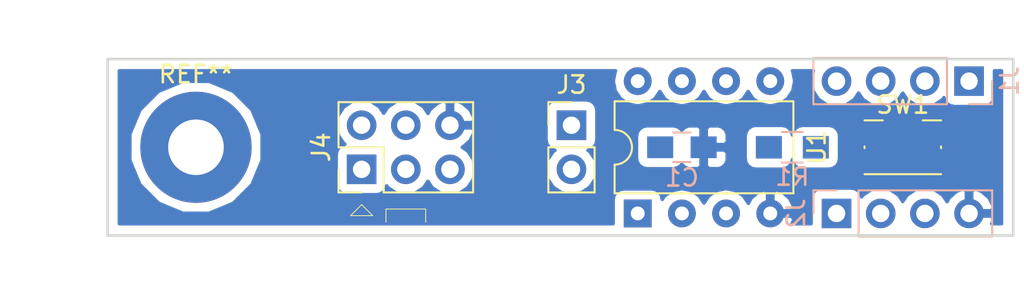
<source format=kicad_pcb>
(kicad_pcb (version 4) (host pcbnew 4.0.7)

  (general
    (links 22)
    (no_connects 19)
    (area 125.654999 112.954999 177.875001 123.265001)
    (thickness 1.6)
    (drawings 18)
    (tracks 0)
    (zones 0)
    (modules 9)
    (nets 11)
  )

  (page A4)
  (layers
    (0 F.Cu signal)
    (31 B.Cu signal)
    (32 B.Adhes user)
    (33 F.Adhes user)
    (34 B.Paste user)
    (35 F.Paste user)
    (36 B.SilkS user)
    (37 F.SilkS user)
    (38 B.Mask user)
    (39 F.Mask user)
    (40 Dwgs.User user)
    (41 Cmts.User user)
    (42 Eco1.User user)
    (43 Eco2.User user)
    (44 Edge.Cuts user)
    (45 Margin user)
    (46 B.CrtYd user)
    (47 F.CrtYd user)
    (48 B.Fab user)
    (49 F.Fab user)
  )

  (setup
    (last_trace_width 0.25)
    (trace_clearance 0.2)
    (zone_clearance 0.5)
    (zone_45_only no)
    (trace_min 0.2)
    (segment_width 0.05)
    (edge_width 0.15)
    (via_size 0.6)
    (via_drill 0.4)
    (via_min_size 0.4)
    (via_min_drill 0.3)
    (uvia_size 0.3)
    (uvia_drill 0.1)
    (uvias_allowed no)
    (uvia_min_size 0.2)
    (uvia_min_drill 0.1)
    (pcb_text_width 0.3)
    (pcb_text_size 1.5 1.5)
    (mod_edge_width 0.15)
    (mod_text_size 1 1)
    (mod_text_width 0.15)
    (pad_size 1.524 1.524)
    (pad_drill 0.762)
    (pad_to_mask_clearance 0.2)
    (aux_axis_origin 0 0)
    (visible_elements 7FFEFFFF)
    (pcbplotparams
      (layerselection 0x00030_80000001)
      (usegerberextensions false)
      (excludeedgelayer true)
      (linewidth 0.100000)
      (plotframeref false)
      (viasonmask false)
      (mode 1)
      (useauxorigin false)
      (hpglpennumber 1)
      (hpglpenspeed 20)
      (hpglpendiameter 15)
      (hpglpenoverlay 2)
      (psnegative false)
      (psa4output false)
      (plotreference true)
      (plotvalue true)
      (plotinvisibletext false)
      (padsonsilk false)
      (subtractmaskfromsilk false)
      (outputformat 1)
      (mirror false)
      (drillshape 1)
      (scaleselection 1)
      (outputdirectory ""))
  )

  (net 0 "")
  (net 1 "Net-(R1-Pad2)")
  (net 2 /VCC)
  (net 3 /GND)
  (net 4 /PB0)
  (net 5 /PB1)
  (net 6 /PB2)
  (net 7 /PB5)
  (net 8 /PB3)
  (net 9 /PB4)
  (net 10 /VCC_in)

  (net_class Default "Dies ist die voreingestellte Netzklasse."
    (clearance 0.2)
    (trace_width 0.25)
    (via_dia 0.6)
    (via_drill 0.4)
    (uvia_dia 0.3)
    (uvia_drill 0.1)
    (add_net /PB0)
    (add_net /PB1)
    (add_net /PB2)
    (add_net /PB3)
    (add_net /PB4)
    (add_net /PB5)
    (add_net "Net-(R1-Pad2)")
  )

  (net_class Power ""
    (clearance 0.2)
    (trace_width 0.5)
    (via_dia 0.6)
    (via_drill 0.4)
    (uvia_dia 0.3)
    (uvia_drill 0.1)
    (add_net /GND)
    (add_net /VCC)
    (add_net /VCC_in)
  )

  (module Capacitors_SMD:C_0805_HandSoldering (layer B.Cu) (tedit 58AA84A8) (tstamp 5B78BF2F)
    (at 158.75 118.11)
    (descr "Capacitor SMD 0805, hand soldering")
    (tags "capacitor 0805")
    (path /5B749CE9)
    (attr smd)
    (fp_text reference C1 (at 0 1.75) (layer B.SilkS)
      (effects (font (size 1 1) (thickness 0.15)) (justify mirror))
    )
    (fp_text value 100n (at 0 -1.75) (layer B.Fab)
      (effects (font (size 1 1) (thickness 0.15)) (justify mirror))
    )
    (fp_text user %R (at 0 1.75) (layer B.Fab)
      (effects (font (size 1 1) (thickness 0.15)) (justify mirror))
    )
    (fp_line (start -1 -0.62) (end -1 0.62) (layer B.Fab) (width 0.1))
    (fp_line (start 1 -0.62) (end -1 -0.62) (layer B.Fab) (width 0.1))
    (fp_line (start 1 0.62) (end 1 -0.62) (layer B.Fab) (width 0.1))
    (fp_line (start -1 0.62) (end 1 0.62) (layer B.Fab) (width 0.1))
    (fp_line (start 0.5 0.85) (end -0.5 0.85) (layer B.SilkS) (width 0.12))
    (fp_line (start -0.5 -0.85) (end 0.5 -0.85) (layer B.SilkS) (width 0.12))
    (fp_line (start -2.25 0.88) (end 2.25 0.88) (layer B.CrtYd) (width 0.05))
    (fp_line (start -2.25 0.88) (end -2.25 -0.87) (layer B.CrtYd) (width 0.05))
    (fp_line (start 2.25 -0.87) (end 2.25 0.88) (layer B.CrtYd) (width 0.05))
    (fp_line (start 2.25 -0.87) (end -2.25 -0.87) (layer B.CrtYd) (width 0.05))
    (pad 1 smd rect (at -1.25 0) (size 1.5 1.25) (layers B.Cu B.Paste B.Mask)
      (net 2 /VCC))
    (pad 2 smd rect (at 1.25 0) (size 1.5 1.25) (layers B.Cu B.Paste B.Mask)
      (net 3 /GND))
    (model Capacitors_SMD.3dshapes/C_0805.wrl
      (at (xyz 0 0 0))
      (scale (xyz 1 1 1))
      (rotate (xyz 0 0 0))
    )
  )

  (module Pin_Headers:Pin_Header_Straight_1x04_Pitch2.54mm (layer B.Cu) (tedit 59650532) (tstamp 5B78BF47)
    (at 175.26 114.3 90)
    (descr "Through hole straight pin header, 1x04, 2.54mm pitch, single row")
    (tags "Through hole pin header THT 1x04 2.54mm single row")
    (path /5B7498D9)
    (fp_text reference J1 (at 0 2.33 90) (layer B.SilkS)
      (effects (font (size 1 1) (thickness 0.15)) (justify mirror))
    )
    (fp_text value Conn_01x04 (at 0 -9.95 90) (layer B.Fab)
      (effects (font (size 1 1) (thickness 0.15)) (justify mirror))
    )
    (fp_line (start -0.635 1.27) (end 1.27 1.27) (layer B.Fab) (width 0.1))
    (fp_line (start 1.27 1.27) (end 1.27 -8.89) (layer B.Fab) (width 0.1))
    (fp_line (start 1.27 -8.89) (end -1.27 -8.89) (layer B.Fab) (width 0.1))
    (fp_line (start -1.27 -8.89) (end -1.27 0.635) (layer B.Fab) (width 0.1))
    (fp_line (start -1.27 0.635) (end -0.635 1.27) (layer B.Fab) (width 0.1))
    (fp_line (start -1.33 -8.95) (end 1.33 -8.95) (layer B.SilkS) (width 0.12))
    (fp_line (start -1.33 -1.27) (end -1.33 -8.95) (layer B.SilkS) (width 0.12))
    (fp_line (start 1.33 -1.27) (end 1.33 -8.95) (layer B.SilkS) (width 0.12))
    (fp_line (start -1.33 -1.27) (end 1.33 -1.27) (layer B.SilkS) (width 0.12))
    (fp_line (start -1.33 0) (end -1.33 1.33) (layer B.SilkS) (width 0.12))
    (fp_line (start -1.33 1.33) (end 0 1.33) (layer B.SilkS) (width 0.12))
    (fp_line (start -1.8 1.8) (end -1.8 -9.4) (layer B.CrtYd) (width 0.05))
    (fp_line (start -1.8 -9.4) (end 1.8 -9.4) (layer B.CrtYd) (width 0.05))
    (fp_line (start 1.8 -9.4) (end 1.8 1.8) (layer B.CrtYd) (width 0.05))
    (fp_line (start 1.8 1.8) (end -1.8 1.8) (layer B.CrtYd) (width 0.05))
    (fp_text user %R (at 0 -3.81 360) (layer B.Fab)
      (effects (font (size 1 1) (thickness 0.15)) (justify mirror))
    )
    (pad 1 thru_hole rect (at 0 0 90) (size 1.7 1.7) (drill 1) (layers *.Cu *.Mask)
      (net 4 /PB0))
    (pad 2 thru_hole oval (at 0 -2.54 90) (size 1.7 1.7) (drill 1) (layers *.Cu *.Mask)
      (net 5 /PB1))
    (pad 3 thru_hole oval (at 0 -5.08 90) (size 1.7 1.7) (drill 1) (layers *.Cu *.Mask)
      (net 6 /PB2))
    (pad 4 thru_hole oval (at 0 -7.62 90) (size 1.7 1.7) (drill 1) (layers *.Cu *.Mask)
      (net 2 /VCC))
    (model ${KISYS3DMOD}/Pin_Headers.3dshapes/Pin_Header_Straight_1x04_Pitch2.54mm.wrl
      (at (xyz 0 0 0))
      (scale (xyz 1 1 1))
      (rotate (xyz 0 0 0))
    )
  )

  (module Pin_Headers:Pin_Header_Straight_1x04_Pitch2.54mm (layer B.Cu) (tedit 59650532) (tstamp 5B78BF5F)
    (at 167.64 121.92 270)
    (descr "Through hole straight pin header, 1x04, 2.54mm pitch, single row")
    (tags "Through hole pin header THT 1x04 2.54mm single row")
    (path /5B749966)
    (fp_text reference J2 (at 0 2.33 270) (layer B.SilkS)
      (effects (font (size 1 1) (thickness 0.15)) (justify mirror))
    )
    (fp_text value Conn_01x04 (at 0 -9.95 270) (layer B.Fab)
      (effects (font (size 1 1) (thickness 0.15)) (justify mirror))
    )
    (fp_line (start -0.635 1.27) (end 1.27 1.27) (layer B.Fab) (width 0.1))
    (fp_line (start 1.27 1.27) (end 1.27 -8.89) (layer B.Fab) (width 0.1))
    (fp_line (start 1.27 -8.89) (end -1.27 -8.89) (layer B.Fab) (width 0.1))
    (fp_line (start -1.27 -8.89) (end -1.27 0.635) (layer B.Fab) (width 0.1))
    (fp_line (start -1.27 0.635) (end -0.635 1.27) (layer B.Fab) (width 0.1))
    (fp_line (start -1.33 -8.95) (end 1.33 -8.95) (layer B.SilkS) (width 0.12))
    (fp_line (start -1.33 -1.27) (end -1.33 -8.95) (layer B.SilkS) (width 0.12))
    (fp_line (start 1.33 -1.27) (end 1.33 -8.95) (layer B.SilkS) (width 0.12))
    (fp_line (start -1.33 -1.27) (end 1.33 -1.27) (layer B.SilkS) (width 0.12))
    (fp_line (start -1.33 0) (end -1.33 1.33) (layer B.SilkS) (width 0.12))
    (fp_line (start -1.33 1.33) (end 0 1.33) (layer B.SilkS) (width 0.12))
    (fp_line (start -1.8 1.8) (end -1.8 -9.4) (layer B.CrtYd) (width 0.05))
    (fp_line (start -1.8 -9.4) (end 1.8 -9.4) (layer B.CrtYd) (width 0.05))
    (fp_line (start 1.8 -9.4) (end 1.8 1.8) (layer B.CrtYd) (width 0.05))
    (fp_line (start 1.8 1.8) (end -1.8 1.8) (layer B.CrtYd) (width 0.05))
    (fp_text user %R (at 0 -3.81 540) (layer B.Fab)
      (effects (font (size 1 1) (thickness 0.15)) (justify mirror))
    )
    (pad 1 thru_hole rect (at 0 0 270) (size 1.7 1.7) (drill 1) (layers *.Cu *.Mask)
      (net 7 /PB5))
    (pad 2 thru_hole oval (at 0 -2.54 270) (size 1.7 1.7) (drill 1) (layers *.Cu *.Mask)
      (net 8 /PB3))
    (pad 3 thru_hole oval (at 0 -5.08 270) (size 1.7 1.7) (drill 1) (layers *.Cu *.Mask)
      (net 9 /PB4))
    (pad 4 thru_hole oval (at 0 -7.62 270) (size 1.7 1.7) (drill 1) (layers *.Cu *.Mask)
      (net 3 /GND))
    (model ${KISYS3DMOD}/Pin_Headers.3dshapes/Pin_Header_Straight_1x04_Pitch2.54mm.wrl
      (at (xyz 0 0 0))
      (scale (xyz 1 1 1))
      (rotate (xyz 0 0 0))
    )
  )

  (module Pin_Headers:Pin_Header_Straight_1x02_Pitch2.54mm (layer F.Cu) (tedit 59650532) (tstamp 5B78BF75)
    (at 152.4 116.84)
    (descr "Through hole straight pin header, 1x02, 2.54mm pitch, single row")
    (tags "Through hole pin header THT 1x02 2.54mm single row")
    (path /5B749BFC)
    (fp_text reference J3 (at 0 -2.33) (layer F.SilkS)
      (effects (font (size 1 1) (thickness 0.15)))
    )
    (fp_text value Conn_01x02 (at 0 4.87) (layer F.Fab)
      (effects (font (size 1 1) (thickness 0.15)))
    )
    (fp_line (start -0.635 -1.27) (end 1.27 -1.27) (layer F.Fab) (width 0.1))
    (fp_line (start 1.27 -1.27) (end 1.27 3.81) (layer F.Fab) (width 0.1))
    (fp_line (start 1.27 3.81) (end -1.27 3.81) (layer F.Fab) (width 0.1))
    (fp_line (start -1.27 3.81) (end -1.27 -0.635) (layer F.Fab) (width 0.1))
    (fp_line (start -1.27 -0.635) (end -0.635 -1.27) (layer F.Fab) (width 0.1))
    (fp_line (start -1.33 3.87) (end 1.33 3.87) (layer F.SilkS) (width 0.12))
    (fp_line (start -1.33 1.27) (end -1.33 3.87) (layer F.SilkS) (width 0.12))
    (fp_line (start 1.33 1.27) (end 1.33 3.87) (layer F.SilkS) (width 0.12))
    (fp_line (start -1.33 1.27) (end 1.33 1.27) (layer F.SilkS) (width 0.12))
    (fp_line (start -1.33 0) (end -1.33 -1.33) (layer F.SilkS) (width 0.12))
    (fp_line (start -1.33 -1.33) (end 0 -1.33) (layer F.SilkS) (width 0.12))
    (fp_line (start -1.8 -1.8) (end -1.8 4.35) (layer F.CrtYd) (width 0.05))
    (fp_line (start -1.8 4.35) (end 1.8 4.35) (layer F.CrtYd) (width 0.05))
    (fp_line (start 1.8 4.35) (end 1.8 -1.8) (layer F.CrtYd) (width 0.05))
    (fp_line (start 1.8 -1.8) (end -1.8 -1.8) (layer F.CrtYd) (width 0.05))
    (fp_text user %R (at 0 1.27 90) (layer F.Fab)
      (effects (font (size 1 1) (thickness 0.15)))
    )
    (pad 1 thru_hole rect (at 0 0) (size 1.7 1.7) (drill 1) (layers *.Cu *.Mask)
      (net 10 /VCC_in))
    (pad 2 thru_hole oval (at 0 2.54) (size 1.7 1.7) (drill 1) (layers *.Cu *.Mask)
      (net 2 /VCC))
    (model ${KISYS3DMOD}/Pin_Headers.3dshapes/Pin_Header_Straight_1x02_Pitch2.54mm.wrl
      (at (xyz 0 0 0))
      (scale (xyz 1 1 1))
      (rotate (xyz 0 0 0))
    )
  )

  (module Housings_DIP:DIP-8_W7.62mm (layer F.Cu) (tedit 5B8AF9E3) (tstamp 5B78BFAF)
    (at 156.21 121.92 90)
    (descr "8-lead though-hole mounted DIP package, row spacing 7.62 mm (300 mils)")
    (tags "THT DIP DIL PDIP 2.54mm 7.62mm 300mil")
    (path /5B74A2CE)
    (fp_text reference U1 (at 3.81 10.287 90) (layer F.SilkS)
      (effects (font (size 1 1) (thickness 0.15)))
    )
    (fp_text value ATTINY45-20PU (at 3.81 9.95 90) (layer F.Fab)
      (effects (font (size 1 1) (thickness 0.15)))
    )
    (fp_arc (start 3.81 -1.33) (end 2.81 -1.33) (angle -180) (layer F.SilkS) (width 0.12))
    (fp_line (start 1.635 -1.27) (end 6.985 -1.27) (layer F.Fab) (width 0.1))
    (fp_line (start 6.985 -1.27) (end 6.985 8.89) (layer F.Fab) (width 0.1))
    (fp_line (start 6.985 8.89) (end 0.635 8.89) (layer F.Fab) (width 0.1))
    (fp_line (start 0.635 8.89) (end 0.635 -0.27) (layer F.Fab) (width 0.1))
    (fp_line (start 0.635 -0.27) (end 1.635 -1.27) (layer F.Fab) (width 0.1))
    (fp_line (start 2.81 -1.33) (end 1.16 -1.33) (layer F.SilkS) (width 0.12))
    (fp_line (start 1.16 -1.33) (end 1.16 8.95) (layer F.SilkS) (width 0.12))
    (fp_line (start 1.16 8.95) (end 6.46 8.95) (layer F.SilkS) (width 0.12))
    (fp_line (start 6.46 8.95) (end 6.46 -1.33) (layer F.SilkS) (width 0.12))
    (fp_line (start 6.46 -1.33) (end 4.81 -1.33) (layer F.SilkS) (width 0.12))
    (fp_line (start -1.1 -1.55) (end -1.1 9.15) (layer F.CrtYd) (width 0.05))
    (fp_line (start -1.1 9.15) (end 8.7 9.15) (layer F.CrtYd) (width 0.05))
    (fp_line (start 8.7 9.15) (end 8.7 -1.55) (layer F.CrtYd) (width 0.05))
    (fp_line (start 8.7 -1.55) (end -1.1 -1.55) (layer F.CrtYd) (width 0.05))
    (fp_text user %R (at 3.81 3.81 90) (layer F.Fab)
      (effects (font (size 1 1) (thickness 0.15)))
    )
    (pad 1 thru_hole rect (at 0 0 90) (size 1.6 1.6) (drill 0.8) (layers *.Cu *.Mask)
      (net 7 /PB5))
    (pad 5 thru_hole oval (at 7.62 7.62 90) (size 1.6 1.6) (drill 0.8) (layers *.Cu *.Mask)
      (net 4 /PB0))
    (pad 2 thru_hole oval (at 0 2.54 90) (size 1.6 1.6) (drill 0.8) (layers *.Cu *.Mask)
      (net 8 /PB3))
    (pad 6 thru_hole oval (at 7.62 5.08 90) (size 1.6 1.6) (drill 0.8) (layers *.Cu *.Mask)
      (net 5 /PB1))
    (pad 3 thru_hole oval (at 0 5.08 90) (size 1.6 1.6) (drill 0.8) (layers *.Cu *.Mask)
      (net 9 /PB4))
    (pad 7 thru_hole oval (at 7.62 2.54 90) (size 1.6 1.6) (drill 0.8) (layers *.Cu *.Mask)
      (net 6 /PB2))
    (pad 4 thru_hole oval (at 0 7.62 90) (size 1.6 1.6) (drill 0.8) (layers *.Cu *.Mask)
      (net 3 /GND))
    (pad 8 thru_hole oval (at 7.62 0 90) (size 1.6 1.6) (drill 0.8) (layers *.Cu *.Mask)
      (net 2 /VCC))
    (model ${KISYS3DMOD}/Housings_DIP.3dshapes/DIP-8_W7.62mm.wrl
      (at (xyz 0 0 0))
      (scale (xyz 1 1 1))
      (rotate (xyz 0 0 0))
    )
  )

  (module Resistors_SMD:R_0805_HandSoldering (layer B.Cu) (tedit 58E0A804) (tstamp 5B81F50F)
    (at 165.1 118.11)
    (descr "Resistor SMD 0805, hand soldering")
    (tags "resistor 0805")
    (path /5B7B3216)
    (attr smd)
    (fp_text reference R1 (at 0 1.7) (layer B.SilkS)
      (effects (font (size 1 1) (thickness 0.15)) (justify mirror))
    )
    (fp_text value 330 (at 0 -1.75) (layer B.Fab)
      (effects (font (size 1 1) (thickness 0.15)) (justify mirror))
    )
    (fp_text user %R (at 0 0) (layer B.Fab)
      (effects (font (size 0.5 0.5) (thickness 0.075)) (justify mirror))
    )
    (fp_line (start -1 -0.62) (end -1 0.62) (layer B.Fab) (width 0.1))
    (fp_line (start 1 -0.62) (end -1 -0.62) (layer B.Fab) (width 0.1))
    (fp_line (start 1 0.62) (end 1 -0.62) (layer B.Fab) (width 0.1))
    (fp_line (start -1 0.62) (end 1 0.62) (layer B.Fab) (width 0.1))
    (fp_line (start 0.6 -0.88) (end -0.6 -0.88) (layer B.SilkS) (width 0.12))
    (fp_line (start -0.6 0.88) (end 0.6 0.88) (layer B.SilkS) (width 0.12))
    (fp_line (start -2.35 0.9) (end 2.35 0.9) (layer B.CrtYd) (width 0.05))
    (fp_line (start -2.35 0.9) (end -2.35 -0.9) (layer B.CrtYd) (width 0.05))
    (fp_line (start 2.35 -0.9) (end 2.35 0.9) (layer B.CrtYd) (width 0.05))
    (fp_line (start 2.35 -0.9) (end -2.35 -0.9) (layer B.CrtYd) (width 0.05))
    (pad 1 smd rect (at -1.35 0) (size 1.5 1.3) (layers B.Cu B.Paste B.Mask)
      (net 7 /PB5))
    (pad 2 smd rect (at 1.35 0) (size 1.5 1.3) (layers B.Cu B.Paste B.Mask)
      (net 1 "Net-(R1-Pad2)"))
    (model ${KISYS3DMOD}/Resistors_SMD.3dshapes/R_0805.wrl
      (at (xyz 0 0 0))
      (scale (xyz 1 1 1))
      (rotate (xyz 0 0 0))
    )
  )

  (module Buttons_Switches_SMD:SW_SPST_KMR2_GNDPad (layer F.Cu) (tedit 59FF6E83) (tstamp 5B81F527)
    (at 171.45 118.11)
    (descr "CK components KMR2 tactile switch with ground pin http://www.ckswitches.com/media/1479/kmr2.pdf")
    (tags "tactile switch kmr2")
    (path /5B7B32E0)
    (attr smd)
    (fp_text reference SW1 (at 0 -2.45) (layer F.SilkS)
      (effects (font (size 1 1) (thickness 0.15)))
    )
    (fp_text value SW_Push (at 0 2.55) (layer F.Fab)
      (effects (font (size 1 1) (thickness 0.15)))
    )
    (fp_text user %R (at 0 -2.45) (layer F.Fab)
      (effects (font (size 1 1) (thickness 0.15)))
    )
    (fp_line (start -2.1 -1.4) (end 2.1 -1.4) (layer F.Fab) (width 0.1))
    (fp_line (start 2.1 -1.4) (end 2.1 1.4) (layer F.Fab) (width 0.1))
    (fp_line (start 2.1 1.4) (end -2.1 1.4) (layer F.Fab) (width 0.1))
    (fp_line (start -2.1 1.4) (end -2.1 -1.4) (layer F.Fab) (width 0.1))
    (fp_line (start 2.2 0.05) (end 2.2 -0.05) (layer F.SilkS) (width 0.12))
    (fp_line (start -2.8 -1.8) (end 2.8 -1.8) (layer F.CrtYd) (width 0.05))
    (fp_line (start 2.8 -1.8) (end 2.8 1.8) (layer F.CrtYd) (width 0.05))
    (fp_line (start 2.8 1.8) (end -2.8 1.8) (layer F.CrtYd) (width 0.05))
    (fp_line (start -2.8 1.8) (end -2.8 -1.8) (layer F.CrtYd) (width 0.05))
    (fp_circle (center 0 0) (end 0 0.8) (layer F.Fab) (width 0.1))
    (fp_line (start -2.2 1.55) (end 2.2 1.55) (layer F.SilkS) (width 0.12))
    (fp_line (start -1.15 -1.55) (end -2.2 -1.55) (layer F.SilkS) (width 0.12))
    (fp_line (start -2.2 0.05) (end -2.2 -0.05) (layer F.SilkS) (width 0.12))
    (fp_line (start 2.2 -1.55) (end 1.15 -1.55) (layer F.SilkS) (width 0.12))
    (pad 1 smd rect (at -2.05 -0.8) (size 0.9 1) (layers F.Cu F.Paste F.Mask)
      (net 1 "Net-(R1-Pad2)"))
    (pad 2 smd rect (at -2.05 0.8) (size 0.9 1) (layers F.Cu F.Paste F.Mask)
      (net 3 /GND))
    (pad 1 smd rect (at 2.05 -0.8) (size 0.9 1) (layers F.Cu F.Paste F.Mask)
      (net 1 "Net-(R1-Pad2)"))
    (pad 2 smd rect (at 2.05 0.8) (size 0.9 1) (layers F.Cu F.Paste F.Mask)
      (net 3 /GND))
    (pad 3 smd rect (at 0 -1.5) (size 1.7 0.55) (layers F.Cu F.Paste F.Mask))
    (model ${KISYS3DMOD}/Buttons_Switches_SMD.3dshapes/SW_SPST_KMR2.wrl
      (at (xyz 0 0 0))
      (scale (xyz 1 1 1))
      (rotate (xyz 0 0 0))
    )
  )

  (module Mounting_Holes:MountingHole_3.2mm_M3_Pad (layer F.Cu) (tedit 56D1B4CB) (tstamp 5B81F896)
    (at 130.81 118.11)
    (descr "Mounting Hole 3.2mm, M3")
    (tags "mounting hole 3.2mm m3")
    (attr virtual)
    (fp_text reference REF** (at 0 -4.2) (layer F.SilkS)
      (effects (font (size 1 1) (thickness 0.15)))
    )
    (fp_text value MountingHole_3.2mm_M3_Pad (at 0 4.2) (layer F.Fab)
      (effects (font (size 1 1) (thickness 0.15)))
    )
    (fp_text user %R (at 0.3 0) (layer F.Fab)
      (effects (font (size 1 1) (thickness 0.15)))
    )
    (fp_circle (center 0 0) (end 3.2 0) (layer Cmts.User) (width 0.15))
    (fp_circle (center 0 0) (end 3.45 0) (layer F.CrtYd) (width 0.05))
    (pad 1 thru_hole circle (at 0 0) (size 6.4 6.4) (drill 3.2) (layers *.Cu *.Mask))
  )

  (module Pin_Headers:Pin_Header_Straight_2x03_Pitch2.54mm (layer F.Cu) (tedit 59650532) (tstamp 5B847475)
    (at 140.335 119.38 90)
    (descr "Through hole straight pin header, 2x03, 2.54mm pitch, double rows")
    (tags "Through hole pin header THT 2x03 2.54mm double row")
    (path /5B78B057)
    (fp_text reference J4 (at 1.27 -2.33 90) (layer F.SilkS)
      (effects (font (size 1 1) (thickness 0.15)))
    )
    (fp_text value AVR-ISP-6 (at 1.27 7.41 90) (layer F.Fab)
      (effects (font (size 1 1) (thickness 0.15)))
    )
    (fp_line (start 0 -1.27) (end 3.81 -1.27) (layer F.Fab) (width 0.1))
    (fp_line (start 3.81 -1.27) (end 3.81 6.35) (layer F.Fab) (width 0.1))
    (fp_line (start 3.81 6.35) (end -1.27 6.35) (layer F.Fab) (width 0.1))
    (fp_line (start -1.27 6.35) (end -1.27 0) (layer F.Fab) (width 0.1))
    (fp_line (start -1.27 0) (end 0 -1.27) (layer F.Fab) (width 0.1))
    (fp_line (start -1.33 6.41) (end 3.87 6.41) (layer F.SilkS) (width 0.12))
    (fp_line (start -1.33 1.27) (end -1.33 6.41) (layer F.SilkS) (width 0.12))
    (fp_line (start 3.87 -1.33) (end 3.87 6.41) (layer F.SilkS) (width 0.12))
    (fp_line (start -1.33 1.27) (end 1.27 1.27) (layer F.SilkS) (width 0.12))
    (fp_line (start 1.27 1.27) (end 1.27 -1.33) (layer F.SilkS) (width 0.12))
    (fp_line (start 1.27 -1.33) (end 3.87 -1.33) (layer F.SilkS) (width 0.12))
    (fp_line (start -1.33 0) (end -1.33 -1.33) (layer F.SilkS) (width 0.12))
    (fp_line (start -1.33 -1.33) (end 0 -1.33) (layer F.SilkS) (width 0.12))
    (fp_line (start -1.8 -1.8) (end -1.8 6.85) (layer F.CrtYd) (width 0.05))
    (fp_line (start -1.8 6.85) (end 4.35 6.85) (layer F.CrtYd) (width 0.05))
    (fp_line (start 4.35 6.85) (end 4.35 -1.8) (layer F.CrtYd) (width 0.05))
    (fp_line (start 4.35 -1.8) (end -1.8 -1.8) (layer F.CrtYd) (width 0.05))
    (fp_text user %R (at 1.27 2.54 180) (layer F.Fab)
      (effects (font (size 1 1) (thickness 0.15)))
    )
    (pad 1 thru_hole rect (at 0 0 90) (size 1.7 1.7) (drill 1) (layers *.Cu *.Mask)
      (net 5 /PB1))
    (pad 2 thru_hole oval (at 2.54 0 90) (size 1.7 1.7) (drill 1) (layers *.Cu *.Mask)
      (net 10 /VCC_in))
    (pad 3 thru_hole oval (at 0 2.54 90) (size 1.7 1.7) (drill 1) (layers *.Cu *.Mask)
      (net 6 /PB2))
    (pad 4 thru_hole oval (at 2.54 2.54 90) (size 1.7 1.7) (drill 1) (layers *.Cu *.Mask)
      (net 4 /PB0))
    (pad 5 thru_hole oval (at 0 5.08 90) (size 1.7 1.7) (drill 1) (layers *.Cu *.Mask)
      (net 7 /PB5))
    (pad 6 thru_hole oval (at 2.54 5.08 90) (size 1.7 1.7) (drill 1) (layers *.Cu *.Mask)
      (net 3 /GND))
    (model ${KISYS3DMOD}/Pin_Headers.3dshapes/Pin_Header_Straight_2x03_Pitch2.54mm.wrl
      (at (xyz 0 0 0))
      (scale (xyz 1 1 1))
      (rotate (xyz 0 0 0))
    )
  )

  (gr_line (start 140.97 122.047) (end 140.335 121.412) (angle 90) (layer F.SilkS) (width 0.05))
  (gr_line (start 140.843 122.047) (end 140.97 122.047) (angle 90) (layer F.SilkS) (width 0.05))
  (gr_line (start 139.7 122.047) (end 140.843 122.047) (angle 90) (layer F.SilkS) (width 0.05))
  (gr_line (start 140.335 121.412) (end 139.7 122.047) (angle 90) (layer F.SilkS) (width 0.05))
  (gr_line (start 144.018 121.666) (end 144.018 122.428) (angle 90) (layer F.SilkS) (width 0.05) (tstamp 5B8AF56B))
  (gr_line (start 141.732 122.428) (end 141.732 121.666) (angle 90) (layer F.SilkS) (width 0.05) (tstamp 5B8AF565))
  (gr_line (start 141.732 121.666) (end 144.018 121.666) (angle 90) (layer F.SilkS) (width 0.05) (tstamp 5B8AF561))
  (gr_line (start 144.018 121.666) (end 144.018 122.428) (angle 90) (layer F.Fab) (width 0.05))
  (gr_line (start 141.732 121.666) (end 144.018 121.666) (angle 90) (layer F.Fab) (width 0.05))
  (gr_line (start 141.732 122.428) (end 141.732 121.666) (angle 90) (layer F.Fab) (width 0.05))
  (gr_line (start 150.495 113.792) (end 150.495 122.428) (angle 90) (layer F.CrtYd) (width 0.05))
  (gr_line (start 135.255 113.792) (end 135.255 122.428) (angle 90) (layer F.CrtYd) (width 0.05))
  (gr_line (start 135.255 122.428) (end 150.495 122.428) (angle 90) (layer F.CrtYd) (width 0.05) (tstamp 5B8474AF))
  (gr_line (start 135.255 113.792) (end 150.495 113.792) (angle 90) (layer F.CrtYd) (width 0.05))
  (gr_line (start 125.73 123.19) (end 177.8 123.19) (angle 90) (layer Edge.Cuts) (width 0.15))
  (gr_line (start 125.73 113.03) (end 125.73 123.19) (angle 90) (layer Edge.Cuts) (width 0.15))
  (gr_line (start 177.8 113.03) (end 125.73 113.03) (angle 90) (layer Edge.Cuts) (width 0.15))
  (gr_line (start 177.8 123.19) (end 177.8 113.03) (angle 90) (layer Edge.Cuts) (width 0.15))

  (zone (net 3) (net_name /GND) (layer B.Cu) (tstamp 5B8AF4EA) (hatch edge 0.508)
    (connect_pads (clearance 0.5))
    (min_thickness 0.2)
    (fill yes (arc_segments 16) (thermal_gap 0.508) (thermal_bridge_width 0.508))
    (polygon
      (pts
        (xy 125.984 113.284) (xy 125.984 122.936) (xy 177.546 122.936) (xy 177.546 113.284)
      )
    )
    (filled_polygon
      (pts
        (xy 154.916569 113.736815) (xy 154.81 114.272572) (xy 154.81 114.327428) (xy 154.916569 114.863185) (xy 155.220051 115.317377)
        (xy 155.674243 115.620859) (xy 156.21 115.727428) (xy 156.745757 115.620859) (xy 157.199949 115.317377) (xy 157.48 114.898252)
        (xy 157.760051 115.317377) (xy 158.214243 115.620859) (xy 158.75 115.727428) (xy 159.285757 115.620859) (xy 159.739949 115.317377)
        (xy 160.02 114.898252) (xy 160.300051 115.317377) (xy 160.754243 115.620859) (xy 161.29 115.727428) (xy 161.825757 115.620859)
        (xy 162.279949 115.317377) (xy 162.56 114.898252) (xy 162.840051 115.317377) (xy 163.294243 115.620859) (xy 163.83 115.727428)
        (xy 164.365757 115.620859) (xy 164.819949 115.317377) (xy 165.123431 114.863185) (xy 165.23 114.327428) (xy 165.23 114.272572)
        (xy 165.123431 113.736815) (xy 165.102173 113.705) (xy 166.308194 113.705) (xy 166.300375 113.716702) (xy 166.19 114.271593)
        (xy 166.19 114.328407) (xy 166.300375 114.883298) (xy 166.614695 115.353712) (xy 167.085109 115.668032) (xy 167.64 115.778407)
        (xy 168.194891 115.668032) (xy 168.665305 115.353712) (xy 168.91 114.987499) (xy 169.154695 115.353712) (xy 169.625109 115.668032)
        (xy 170.18 115.778407) (xy 170.734891 115.668032) (xy 171.205305 115.353712) (xy 171.45 114.987499) (xy 171.694695 115.353712)
        (xy 172.165109 115.668032) (xy 172.72 115.778407) (xy 173.274891 115.668032) (xy 173.745305 115.353712) (xy 173.816522 115.247128)
        (xy 173.840083 115.372346) (xy 173.97149 115.576558) (xy 174.171993 115.713556) (xy 174.41 115.761754) (xy 176.11 115.761754)
        (xy 176.332346 115.719917) (xy 176.536558 115.58851) (xy 176.673556 115.388007) (xy 176.721754 115.15) (xy 176.721754 113.705)
        (xy 177.125 113.705) (xy 177.125 122.515) (xy 176.561056 122.515) (xy 176.667915 122.298911) (xy 176.557856 122.074)
        (xy 175.414 122.074) (xy 175.414 122.094) (xy 175.106 122.094) (xy 175.106 122.074) (xy 175.086 122.074)
        (xy 175.086 121.766) (xy 175.106 121.766) (xy 175.106 120.623111) (xy 175.414 120.623111) (xy 175.414 121.766)
        (xy 176.557856 121.766) (xy 176.667915 121.541089) (xy 176.415741 121.031146) (xy 175.987616 120.656523) (xy 175.63891 120.512097)
        (xy 175.414 120.623111) (xy 175.106 120.623111) (xy 174.88109 120.512097) (xy 174.532384 120.656523) (xy 174.104259 121.031146)
        (xy 173.99844 121.245132) (xy 173.745305 120.866288) (xy 173.274891 120.551968) (xy 172.72 120.441593) (xy 172.165109 120.551968)
        (xy 171.694695 120.866288) (xy 171.45 121.232501) (xy 171.205305 120.866288) (xy 170.734891 120.551968) (xy 170.18 120.441593)
        (xy 169.625109 120.551968) (xy 169.154695 120.866288) (xy 169.083478 120.972872) (xy 169.059917 120.847654) (xy 168.92851 120.643442)
        (xy 168.728007 120.506444) (xy 168.49 120.458246) (xy 166.79 120.458246) (xy 166.567654 120.500083) (xy 166.363442 120.63149)
        (xy 166.226444 120.831993) (xy 166.178246 121.07) (xy 166.178246 122.515) (xy 165.07644 122.515) (xy 165.188243 122.291044)
        (xy 165.077565 122.074) (xy 163.984 122.074) (xy 163.984 122.094) (xy 163.676 122.094) (xy 163.676 122.074)
        (xy 163.656 122.074) (xy 163.656 121.766) (xy 163.676 121.766) (xy 163.676 120.673477) (xy 163.984 120.673477)
        (xy 163.984 121.766) (xy 165.077565 121.766) (xy 165.188243 121.548956) (xy 164.942861 121.057423) (xy 164.528056 120.697209)
        (xy 164.201042 120.561769) (xy 163.984 120.673477) (xy 163.676 120.673477) (xy 163.458958 120.561769) (xy 163.131944 120.697209)
        (xy 162.717139 121.057423) (xy 162.574414 121.34332) (xy 162.279949 120.902623) (xy 161.825757 120.599141) (xy 161.29 120.492572)
        (xy 160.754243 120.599141) (xy 160.300051 120.902623) (xy 160.02 121.321748) (xy 159.739949 120.902623) (xy 159.285757 120.599141)
        (xy 158.75 120.492572) (xy 158.214243 120.599141) (xy 157.760051 120.902623) (xy 157.620227 121.111884) (xy 157.579917 120.897654)
        (xy 157.44851 120.693442) (xy 157.248007 120.556444) (xy 157.01 120.508246) (xy 155.41 120.508246) (xy 155.187654 120.550083)
        (xy 154.983442 120.68149) (xy 154.846444 120.881993) (xy 154.798246 121.12) (xy 154.798246 122.515) (xy 126.405 122.515)
        (xy 126.405 118.862551) (xy 127.009342 118.862551) (xy 127.586639 120.259715) (xy 128.654663 121.329604) (xy 130.050817 121.909339)
        (xy 131.562551 121.910658) (xy 132.959715 121.333361) (xy 134.029604 120.265337) (xy 134.609339 118.869183) (xy 134.609634 118.53)
        (xy 138.873246 118.53) (xy 138.873246 120.23) (xy 138.915083 120.452346) (xy 139.04649 120.656558) (xy 139.246993 120.793556)
        (xy 139.485 120.841754) (xy 141.185 120.841754) (xy 141.407346 120.799917) (xy 141.611558 120.66851) (xy 141.748556 120.468007)
        (xy 141.777409 120.325528) (xy 141.849695 120.433712) (xy 142.320109 120.748032) (xy 142.875 120.858407) (xy 143.429891 120.748032)
        (xy 143.900305 120.433712) (xy 144.145 120.067499) (xy 144.389695 120.433712) (xy 144.860109 120.748032) (xy 145.415 120.858407)
        (xy 145.969891 120.748032) (xy 146.440305 120.433712) (xy 146.754625 119.963298) (xy 146.865 119.408407) (xy 146.865 119.38)
        (xy 150.921593 119.38) (xy 151.031968 119.934891) (xy 151.346288 120.405305) (xy 151.816702 120.719625) (xy 152.371593 120.83)
        (xy 152.428407 120.83) (xy 152.983298 120.719625) (xy 153.453712 120.405305) (xy 153.768032 119.934891) (xy 153.878407 119.38)
        (xy 153.768032 118.825109) (xy 153.453712 118.354695) (xy 153.347128 118.283478) (xy 153.472346 118.259917) (xy 153.676558 118.12851)
        (xy 153.813556 117.928007) (xy 153.861754 117.69) (xy 153.861754 117.485) (xy 156.138246 117.485) (xy 156.138246 118.735)
        (xy 156.180083 118.957346) (xy 156.31149 119.161558) (xy 156.511993 119.298556) (xy 156.75 119.346754) (xy 158.25 119.346754)
        (xy 158.472346 119.304917) (xy 158.676558 119.17351) (xy 158.738302 119.083144) (xy 158.905595 119.250437) (xy 159.129061 119.343)
        (xy 159.694 119.343) (xy 159.846 119.191) (xy 159.846 118.264) (xy 160.154 118.264) (xy 160.154 119.191)
        (xy 160.306 119.343) (xy 160.870939 119.343) (xy 161.094405 119.250437) (xy 161.265438 119.079404) (xy 161.358 118.855938)
        (xy 161.358 118.416) (xy 161.206 118.264) (xy 160.154 118.264) (xy 159.846 118.264) (xy 159.826 118.264)
        (xy 159.826 117.956) (xy 159.846 117.956) (xy 159.846 117.029) (xy 160.154 117.029) (xy 160.154 117.956)
        (xy 161.206 117.956) (xy 161.358 117.804) (xy 161.358 117.46) (xy 162.388246 117.46) (xy 162.388246 118.76)
        (xy 162.430083 118.982346) (xy 162.56149 119.186558) (xy 162.761993 119.323556) (xy 163 119.371754) (xy 164.5 119.371754)
        (xy 164.722346 119.329917) (xy 164.926558 119.19851) (xy 165.063556 118.998007) (xy 165.099568 118.820174) (xy 165.130083 118.982346)
        (xy 165.26149 119.186558) (xy 165.461993 119.323556) (xy 165.7 119.371754) (xy 167.2 119.371754) (xy 167.422346 119.329917)
        (xy 167.626558 119.19851) (xy 167.763556 118.998007) (xy 167.811754 118.76) (xy 167.811754 117.46) (xy 167.769917 117.237654)
        (xy 167.63851 117.033442) (xy 167.438007 116.896444) (xy 167.2 116.848246) (xy 165.7 116.848246) (xy 165.477654 116.890083)
        (xy 165.273442 117.02149) (xy 165.136444 117.221993) (xy 165.100432 117.399826) (xy 165.069917 117.237654) (xy 164.93851 117.033442)
        (xy 164.738007 116.896444) (xy 164.5 116.848246) (xy 163 116.848246) (xy 162.777654 116.890083) (xy 162.573442 117.02149)
        (xy 162.436444 117.221993) (xy 162.388246 117.46) (xy 161.358 117.46) (xy 161.358 117.364062) (xy 161.265438 117.140596)
        (xy 161.094405 116.969563) (xy 160.870939 116.877) (xy 160.306 116.877) (xy 160.154 117.029) (xy 159.846 117.029)
        (xy 159.694 116.877) (xy 159.129061 116.877) (xy 158.905595 116.969563) (xy 158.738707 117.136451) (xy 158.68851 117.058442)
        (xy 158.488007 116.921444) (xy 158.25 116.873246) (xy 156.75 116.873246) (xy 156.527654 116.915083) (xy 156.323442 117.04649)
        (xy 156.186444 117.246993) (xy 156.138246 117.485) (xy 153.861754 117.485) (xy 153.861754 115.99) (xy 153.819917 115.767654)
        (xy 153.68851 115.563442) (xy 153.488007 115.426444) (xy 153.25 115.378246) (xy 151.55 115.378246) (xy 151.327654 115.420083)
        (xy 151.123442 115.55149) (xy 150.986444 115.751993) (xy 150.938246 115.99) (xy 150.938246 117.69) (xy 150.980083 117.912346)
        (xy 151.11149 118.116558) (xy 151.311993 118.253556) (xy 151.454472 118.282409) (xy 151.346288 118.354695) (xy 151.031968 118.825109)
        (xy 150.921593 119.38) (xy 146.865 119.38) (xy 146.865 119.351593) (xy 146.754625 118.796702) (xy 146.440305 118.326288)
        (xy 146.120533 118.112623) (xy 146.142616 118.103477) (xy 146.570741 117.728854) (xy 146.822915 117.218911) (xy 146.712856 116.994)
        (xy 145.569 116.994) (xy 145.569 117.014) (xy 145.261 117.014) (xy 145.261 116.994) (xy 145.241 116.994)
        (xy 145.241 116.686) (xy 145.261 116.686) (xy 145.261 115.543111) (xy 145.569 115.543111) (xy 145.569 116.686)
        (xy 146.712856 116.686) (xy 146.822915 116.461089) (xy 146.570741 115.951146) (xy 146.142616 115.576523) (xy 145.79391 115.432097)
        (xy 145.569 115.543111) (xy 145.261 115.543111) (xy 145.03609 115.432097) (xy 144.687384 115.576523) (xy 144.259259 115.951146)
        (xy 144.15344 116.165132) (xy 143.900305 115.786288) (xy 143.429891 115.471968) (xy 142.875 115.361593) (xy 142.320109 115.471968)
        (xy 141.849695 115.786288) (xy 141.605 116.152501) (xy 141.360305 115.786288) (xy 140.889891 115.471968) (xy 140.335 115.361593)
        (xy 139.780109 115.471968) (xy 139.309695 115.786288) (xy 138.995375 116.256702) (xy 138.885 116.811593) (xy 138.885 116.868407)
        (xy 138.995375 117.423298) (xy 139.309695 117.893712) (xy 139.376864 117.938593) (xy 139.262654 117.960083) (xy 139.058442 118.09149)
        (xy 138.921444 118.291993) (xy 138.873246 118.53) (xy 134.609634 118.53) (xy 134.610658 117.357449) (xy 134.033361 115.960285)
        (xy 132.965337 114.890396) (xy 131.569183 114.310661) (xy 130.057449 114.309342) (xy 128.660285 114.886639) (xy 127.590396 115.954663)
        (xy 127.010661 117.350817) (xy 127.009342 118.862551) (xy 126.405 118.862551) (xy 126.405 113.705) (xy 154.937827 113.705)
      )
    )
  )
)

</source>
